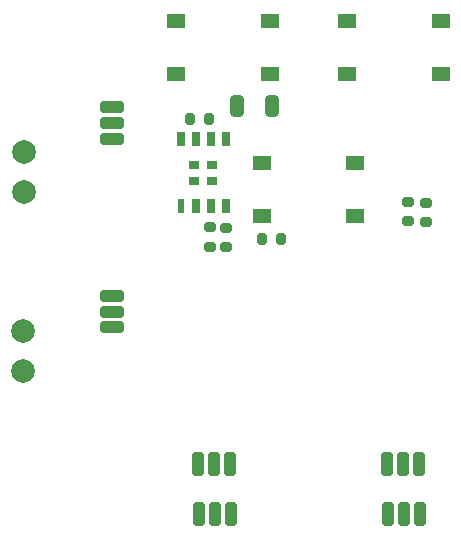
<source format=gbp>
G04 #@! TF.GenerationSoftware,KiCad,Pcbnew,(6.0.0)*
G04 #@! TF.CreationDate,2022-07-15T20:40:48-03:00*
G04 #@! TF.ProjectId,lanterna_bueno,6c616e74-6572-46e6-915f-6275656e6f2e,rev?*
G04 #@! TF.SameCoordinates,Original*
G04 #@! TF.FileFunction,Paste,Bot*
G04 #@! TF.FilePolarity,Positive*
%FSLAX46Y46*%
G04 Gerber Fmt 4.6, Leading zero omitted, Abs format (unit mm)*
G04 Created by KiCad (PCBNEW (6.0.0)) date 2022-07-15 20:40:48*
%MOMM*%
%LPD*%
G01*
G04 APERTURE LIST*
G04 Aperture macros list*
%AMRoundRect*
0 Rectangle with rounded corners*
0 $1 Rounding radius*
0 $2 $3 $4 $5 $6 $7 $8 $9 X,Y pos of 4 corners*
0 Add a 4 corners polygon primitive as box body*
4,1,4,$2,$3,$4,$5,$6,$7,$8,$9,$2,$3,0*
0 Add four circle primitives for the rounded corners*
1,1,$1+$1,$2,$3*
1,1,$1+$1,$4,$5*
1,1,$1+$1,$6,$7*
1,1,$1+$1,$8,$9*
0 Add four rect primitives between the rounded corners*
20,1,$1+$1,$2,$3,$4,$5,0*
20,1,$1+$1,$4,$5,$6,$7,0*
20,1,$1+$1,$6,$7,$8,$9,0*
20,1,$1+$1,$8,$9,$2,$3,0*%
G04 Aperture macros list end*
%ADD10RoundRect,0.250000X-0.325000X-0.650000X0.325000X-0.650000X0.325000X0.650000X-0.325000X0.650000X0*%
%ADD11R,1.550000X1.300000*%
%ADD12RoundRect,0.250000X-0.750000X0.250000X-0.750000X-0.250000X0.750000X-0.250000X0.750000X0.250000X0*%
%ADD13RoundRect,0.200000X0.200000X0.275000X-0.200000X0.275000X-0.200000X-0.275000X0.200000X-0.275000X0*%
%ADD14R,0.650000X1.310000*%
%ADD15R,0.600000X1.310000*%
%ADD16R,0.900000X0.795000*%
%ADD17RoundRect,0.250000X0.250000X0.750000X-0.250000X0.750000X-0.250000X-0.750000X0.250000X-0.750000X0*%
%ADD18C,2.000000*%
%ADD19RoundRect,0.200000X0.275000X-0.200000X0.275000X0.200000X-0.275000X0.200000X-0.275000X-0.200000X0*%
%ADD20RoundRect,0.200000X-0.275000X0.200000X-0.275000X-0.200000X0.275000X-0.200000X0.275000X0.200000X0*%
%ADD21RoundRect,0.250000X-0.250000X-0.750000X0.250000X-0.750000X0.250000X0.750000X-0.250000X0.750000X0*%
G04 APERTURE END LIST*
D10*
X144592600Y-85514000D03*
X147542600Y-85514000D03*
D11*
X147341842Y-82801800D03*
X139391842Y-82801800D03*
X139391842Y-78301800D03*
X147341842Y-78301800D03*
D12*
X133986800Y-85563800D03*
X133986800Y-86910000D03*
X133986800Y-88256200D03*
D13*
X142219000Y-86580800D03*
X140569000Y-86580800D03*
D11*
X154580842Y-90316000D03*
X146630842Y-90316000D03*
X154580842Y-94816000D03*
X146630842Y-94816000D03*
D14*
X143603800Y-93997800D03*
X142333800Y-93997800D03*
X141063800Y-93997800D03*
D15*
X139793800Y-93997800D03*
D14*
X139793800Y-88307800D03*
X141063800Y-88307800D03*
X142333800Y-88307800D03*
X143603800Y-88307800D03*
D16*
X140948800Y-90490300D03*
X142448800Y-90490300D03*
X142448800Y-91815300D03*
X140948800Y-91815300D03*
D13*
X148307052Y-96791600D03*
X146657052Y-96791600D03*
D17*
X160012200Y-120058000D03*
X158666000Y-120058000D03*
X157319800Y-120058000D03*
D18*
X126519200Y-92761600D03*
X126519200Y-89389600D03*
D19*
X159072400Y-95279800D03*
X159072400Y-93629800D03*
D18*
X126417600Y-104528000D03*
X126417600Y-107900000D03*
D12*
X133955400Y-101563800D03*
X133955400Y-102910000D03*
X133955400Y-104256200D03*
D20*
X143629200Y-95814200D03*
X143629200Y-97464200D03*
X142257600Y-95763400D03*
X142257600Y-97413400D03*
D17*
X143984800Y-115790800D03*
X142638600Y-115790800D03*
X141292400Y-115790800D03*
D21*
X157269000Y-115841600D03*
X158615200Y-115841600D03*
X159961400Y-115841600D03*
D19*
X160596400Y-95330600D03*
X160596400Y-93680600D03*
D11*
X153855147Y-82779000D03*
X161805147Y-82779000D03*
X161805147Y-78279000D03*
X153855147Y-78279000D03*
D17*
X144063000Y-120077400D03*
X142716800Y-120077400D03*
X141370600Y-120077400D03*
M02*

</source>
